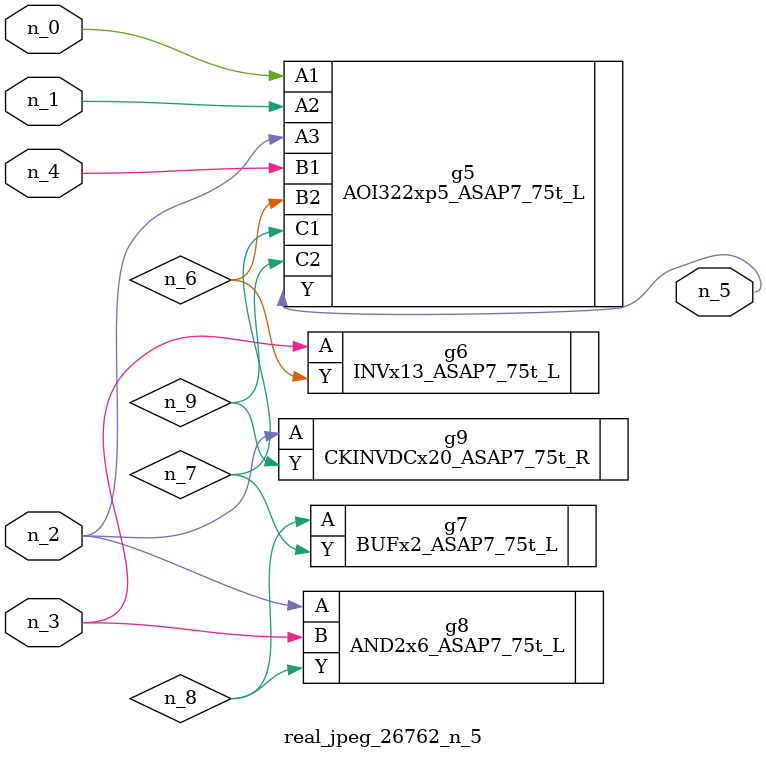
<source format=v>
module real_jpeg_26762_n_5 (n_4, n_0, n_1, n_2, n_3, n_5);

input n_4;
input n_0;
input n_1;
input n_2;
input n_3;

output n_5;

wire n_8;
wire n_6;
wire n_7;
wire n_9;

AOI322xp5_ASAP7_75t_L g5 ( 
.A1(n_0),
.A2(n_1),
.A3(n_2),
.B1(n_4),
.B2(n_6),
.C1(n_7),
.C2(n_9),
.Y(n_5)
);

AND2x6_ASAP7_75t_L g8 ( 
.A(n_2),
.B(n_3),
.Y(n_8)
);

CKINVDCx20_ASAP7_75t_R g9 ( 
.A(n_2),
.Y(n_9)
);

INVx13_ASAP7_75t_L g6 ( 
.A(n_3),
.Y(n_6)
);

BUFx2_ASAP7_75t_L g7 ( 
.A(n_8),
.Y(n_7)
);


endmodule
</source>
